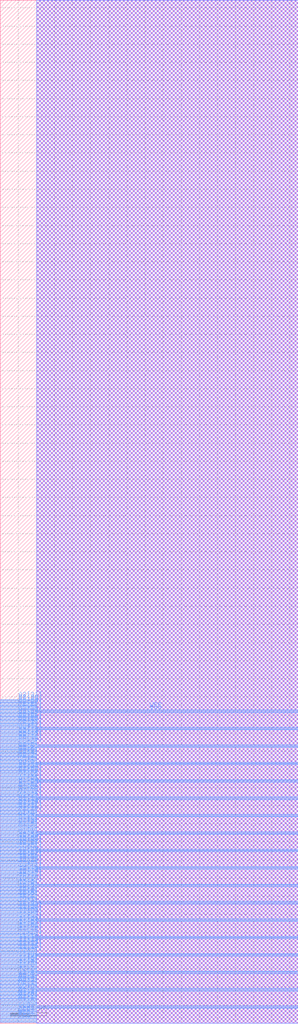
<source format=lef>
VERSION 5.6 ;
BUSBITCHARS "[]" ;
DIVIDERCHAR "/" ;

MACRO SRAM2RW128x32
  CLASS BLOCK ;
  ORIGIN 0 0 ;
  FOREIGN SRAM2RW128x32 0 0 ;
  SIZE 32.928 BY 112.832 ;
  SYMMETRY X Y ;
  SITE coreSite ;
  PIN VDD
    DIRECTION INOUT ;
    USE POWER ;
    PORT 
      LAYER M4 ;
        RECT 0.0 1.632 32.928 1.728 ;
        RECT 0.0 3.552 32.928 3.648 ;
        RECT 0.0 5.472 32.928 5.568 ;
        RECT 0.0 7.392 32.928 7.488 ;
        RECT 0.0 9.312 32.928 9.408 ;
        RECT 0.0 11.232 32.928 11.328 ;
        RECT 0.0 13.152 32.928 13.248 ;
        RECT 0.0 15.072 32.928 15.168 ;
        RECT 0.0 16.992 32.928 17.088 ;
        RECT 0.0 18.912 32.928 19.008 ;
        RECT 0.0 20.832 32.928 20.928 ;
        RECT 0.0 22.752 32.928 22.848 ;
        RECT 0.0 24.672 32.928 24.768 ;
        RECT 0.0 26.592 32.928 26.688 ;
        RECT 0.0 28.512 32.928 28.608 ;
        RECT 0.0 30.432 32.928 30.528 ;
        RECT 0.0 32.352 32.928 32.448 ;
        RECT 0.0 34.272 32.928 34.368 ;
    END 
  END VDD
  PIN VSS
    DIRECTION INOUT ;
    USE GROUND ;
    PORT 
      LAYER M4 ;
        RECT 0.0 1.824 32.928 1.92 ;
        RECT 0.0 3.744 32.928 3.84 ;
        RECT 0.0 5.664 32.928 5.76 ;
        RECT 0.0 7.584 32.928 7.68 ;
        RECT 0.0 9.504 32.928 9.6 ;
        RECT 0.0 11.424 32.928 11.52 ;
        RECT 0.0 13.344 32.928 13.44 ;
        RECT 0.0 15.264 32.928 15.36 ;
        RECT 0.0 17.184 32.928 17.28 ;
        RECT 0.0 19.104 32.928 19.2 ;
        RECT 0.0 21.024 32.928 21.12 ;
        RECT 0.0 22.944 32.928 23.04 ;
        RECT 0.0 24.864 32.928 24.96 ;
        RECT 0.0 26.784 32.928 26.88 ;
        RECT 0.0 28.704 32.928 28.8 ;
        RECT 0.0 30.624 32.928 30.72 ;
        RECT 0.0 32.544 32.928 32.64 ;
        RECT 0.0 34.464 32.928 34.56 ;
    END 
  END VSS
  PIN CE1
    DIRECTION INPUT ;
    USE SIGNAL ;
    PORT 
      LAYER M4 ;
        RECT 0.0 0.096 4.0 0.192 ;
    END 
  END CE1
  PIN CE2
    DIRECTION INPUT ;
    USE SIGNAL ;
    PORT 
      LAYER M4 ;
        RECT 0.0 0.288 4.0 0.384 ;
    END 
  END CE2
  PIN WEB1
    DIRECTION INPUT ;
    USE SIGNAL ;
    PORT 
      LAYER M4 ;
        RECT 0.0 0.48 4.0 0.576 ;
    END 
  END WEB1
  PIN WEB2
    DIRECTION INPUT ;
    USE SIGNAL ;
    PORT 
      LAYER M4 ;
        RECT 0.0 0.672 4.0 0.768 ;
    END 
  END WEB2
  PIN OEB1
    DIRECTION INPUT ;
    USE SIGNAL ;
    PORT 
      LAYER M4 ;
        RECT 0.0 0.864 4.0 0.96 ;
    END 
  END OEB1
  PIN OEB2
    DIRECTION INPUT ;
    USE SIGNAL ;
    PORT 
      LAYER M4 ;
        RECT 0.0 1.056 4.0 1.152 ;
    END 
  END OEB2
  PIN CSB1
    DIRECTION INPUT ;
    USE SIGNAL ;
    PORT 
      LAYER M4 ;
        RECT 0.0 1.248 4.0 1.344 ;
    END 
  END CSB1
  PIN CSB2
    DIRECTION INPUT ;
    USE SIGNAL ;
    PORT 
      LAYER M4 ;
        RECT 0.0 1.44 4.0 1.536 ;
    END 
  END CSB2
  PIN A1[0]
    DIRECTION INPUT ;
    USE SIGNAL ;
    PORT 
      LAYER M4 ;
        RECT 0.0 2.016 4.0 2.112 ;
    END 
  END A1[0]
  PIN A1[1]
    DIRECTION INPUT ;
    USE SIGNAL ;
    PORT 
      LAYER M4 ;
        RECT 0.0 2.208 4.0 2.304 ;
    END 
  END A1[1]
  PIN A1[2]
    DIRECTION INPUT ;
    USE SIGNAL ;
    PORT 
      LAYER M4 ;
        RECT 0.0 2.4 4.0 2.496 ;
    END 
  END A1[2]
  PIN A1[3]
    DIRECTION INPUT ;
    USE SIGNAL ;
    PORT 
      LAYER M4 ;
        RECT 0.0 2.592 4.0 2.688 ;
    END 
  END A1[3]
  PIN A1[4]
    DIRECTION INPUT ;
    USE SIGNAL ;
    PORT 
      LAYER M4 ;
        RECT 0.0 2.784 4.0 2.88 ;
    END 
  END A1[4]
  PIN A1[5]
    DIRECTION INPUT ;
    USE SIGNAL ;
    PORT 
      LAYER M4 ;
        RECT 0.0 2.976 4.0 3.072 ;
    END 
  END A1[5]
  PIN A1[6]
    DIRECTION INPUT ;
    USE SIGNAL ;
    PORT 
      LAYER M4 ;
        RECT 0.0 3.168 4.0 3.264 ;
    END 
  END A1[6]
  PIN A2[0]
    DIRECTION INPUT ;
    USE SIGNAL ;
    PORT 
      LAYER M4 ;
        RECT 0.0 3.36 4.0 3.456 ;
    END 
  END A2[0]
  PIN A2[1]
    DIRECTION INPUT ;
    USE SIGNAL ;
    PORT 
      LAYER M4 ;
        RECT 0.0 3.936 4.0 4.032 ;
    END 
  END A2[1]
  PIN A2[2]
    DIRECTION INPUT ;
    USE SIGNAL ;
    PORT 
      LAYER M4 ;
        RECT 0.0 4.128 4.0 4.224 ;
    END 
  END A2[2]
  PIN A2[3]
    DIRECTION INPUT ;
    USE SIGNAL ;
    PORT 
      LAYER M4 ;
        RECT 0.0 4.32 4.0 4.416 ;
    END 
  END A2[3]
  PIN A2[4]
    DIRECTION INPUT ;
    USE SIGNAL ;
    PORT 
      LAYER M4 ;
        RECT 0.0 4.512 4.0 4.608 ;
    END 
  END A2[4]
  PIN A2[5]
    DIRECTION INPUT ;
    USE SIGNAL ;
    PORT 
      LAYER M4 ;
        RECT 0.0 4.704 4.0 4.8 ;
    END 
  END A2[5]
  PIN A2[6]
    DIRECTION INPUT ;
    USE SIGNAL ;
    PORT 
      LAYER M4 ;
        RECT 0.0 4.896 4.0 4.992 ;
    END 
  END A2[6]
  PIN I1[0]
    DIRECTION INPUT ;
    USE SIGNAL ;
    PORT 
      LAYER M4 ;
        RECT 0.0 5.088 4.0 5.184 ;
    END 
  END I1[0]
  PIN I1[1]
    DIRECTION INPUT ;
    USE SIGNAL ;
    PORT 
      LAYER M4 ;
        RECT 0.0 5.28 4.0 5.376 ;
    END 
  END I1[1]
  PIN I1[2]
    DIRECTION INPUT ;
    USE SIGNAL ;
    PORT 
      LAYER M4 ;
        RECT 0.0 5.856 4.0 5.952 ;
    END 
  END I1[2]
  PIN I1[3]
    DIRECTION INPUT ;
    USE SIGNAL ;
    PORT 
      LAYER M4 ;
        RECT 0.0 6.048 4.0 6.144 ;
    END 
  END I1[3]
  PIN I1[4]
    DIRECTION INPUT ;
    USE SIGNAL ;
    PORT 
      LAYER M4 ;
        RECT 0.0 6.24 4.0 6.336 ;
    END 
  END I1[4]
  PIN I1[5]
    DIRECTION INPUT ;
    USE SIGNAL ;
    PORT 
      LAYER M4 ;
        RECT 0.0 6.432 4.0 6.528 ;
    END 
  END I1[5]
  PIN I1[6]
    DIRECTION INPUT ;
    USE SIGNAL ;
    PORT 
      LAYER M4 ;
        RECT 0.0 6.624 4.0 6.72 ;
    END 
  END I1[6]
  PIN I1[7]
    DIRECTION INPUT ;
    USE SIGNAL ;
    PORT 
      LAYER M4 ;
        RECT 0.0 6.816 4.0 6.912 ;
    END 
  END I1[7]
  PIN I1[8]
    DIRECTION INPUT ;
    USE SIGNAL ;
    PORT 
      LAYER M4 ;
        RECT 0.0 7.008 4.0 7.104 ;
    END 
  END I1[8]
  PIN I1[9]
    DIRECTION INPUT ;
    USE SIGNAL ;
    PORT 
      LAYER M4 ;
        RECT 0.0 7.2 4.0 7.296 ;
    END 
  END I1[9]
  PIN I1[10]
    DIRECTION INPUT ;
    USE SIGNAL ;
    PORT 
      LAYER M4 ;
        RECT 0.0 7.776 4.0 7.872 ;
    END 
  END I1[10]
  PIN I1[11]
    DIRECTION INPUT ;
    USE SIGNAL ;
    PORT 
      LAYER M4 ;
        RECT 0.0 7.968 4.0 8.064 ;
    END 
  END I1[11]
  PIN I1[12]
    DIRECTION INPUT ;
    USE SIGNAL ;
    PORT 
      LAYER M4 ;
        RECT 0.0 8.16 4.0 8.256 ;
    END 
  END I1[12]
  PIN I1[13]
    DIRECTION INPUT ;
    USE SIGNAL ;
    PORT 
      LAYER M4 ;
        RECT 0.0 8.352 4.0 8.448 ;
    END 
  END I1[13]
  PIN I1[14]
    DIRECTION INPUT ;
    USE SIGNAL ;
    PORT 
      LAYER M4 ;
        RECT 0.0 8.544 4.0 8.64 ;
    END 
  END I1[14]
  PIN I1[15]
    DIRECTION INPUT ;
    USE SIGNAL ;
    PORT 
      LAYER M4 ;
        RECT 0.0 8.736 4.0 8.832 ;
    END 
  END I1[15]
  PIN I1[16]
    DIRECTION INPUT ;
    USE SIGNAL ;
    PORT 
      LAYER M4 ;
        RECT 0.0 8.928 4.0 9.024 ;
    END 
  END I1[16]
  PIN I1[17]
    DIRECTION INPUT ;
    USE SIGNAL ;
    PORT 
      LAYER M4 ;
        RECT 0.0 9.12 4.0 9.216 ;
    END 
  END I1[17]
  PIN I1[18]
    DIRECTION INPUT ;
    USE SIGNAL ;
    PORT 
      LAYER M4 ;
        RECT 0.0 9.696 4.0 9.792 ;
    END 
  END I1[18]
  PIN I1[19]
    DIRECTION INPUT ;
    USE SIGNAL ;
    PORT 
      LAYER M4 ;
        RECT 0.0 9.888 4.0 9.984 ;
    END 
  END I1[19]
  PIN I1[20]
    DIRECTION INPUT ;
    USE SIGNAL ;
    PORT 
      LAYER M4 ;
        RECT 0.0 10.08 4.0 10.176 ;
    END 
  END I1[20]
  PIN I1[21]
    DIRECTION INPUT ;
    USE SIGNAL ;
    PORT 
      LAYER M4 ;
        RECT 0.0 10.272 4.0 10.368 ;
    END 
  END I1[21]
  PIN I1[22]
    DIRECTION INPUT ;
    USE SIGNAL ;
    PORT 
      LAYER M4 ;
        RECT 0.0 10.464 4.0 10.56 ;
    END 
  END I1[22]
  PIN I1[23]
    DIRECTION INPUT ;
    USE SIGNAL ;
    PORT 
      LAYER M4 ;
        RECT 0.0 10.656 4.0 10.752 ;
    END 
  END I1[23]
  PIN I1[24]
    DIRECTION INPUT ;
    USE SIGNAL ;
    PORT 
      LAYER M4 ;
        RECT 0.0 10.848 4.0 10.944 ;
    END 
  END I1[24]
  PIN I1[25]
    DIRECTION INPUT ;
    USE SIGNAL ;
    PORT 
      LAYER M4 ;
        RECT 0.0 11.04 4.0 11.136 ;
    END 
  END I1[25]
  PIN I1[26]
    DIRECTION INPUT ;
    USE SIGNAL ;
    PORT 
      LAYER M4 ;
        RECT 0.0 11.616 4.0 11.712 ;
    END 
  END I1[26]
  PIN I1[27]
    DIRECTION INPUT ;
    USE SIGNAL ;
    PORT 
      LAYER M4 ;
        RECT 0.0 11.808 4.0 11.904 ;
    END 
  END I1[27]
  PIN I1[28]
    DIRECTION INPUT ;
    USE SIGNAL ;
    PORT 
      LAYER M4 ;
        RECT 0.0 12.0 4.0 12.096 ;
    END 
  END I1[28]
  PIN I1[29]
    DIRECTION INPUT ;
    USE SIGNAL ;
    PORT 
      LAYER M4 ;
        RECT 0.0 12.192 4.0 12.288 ;
    END 
  END I1[29]
  PIN I1[30]
    DIRECTION INPUT ;
    USE SIGNAL ;
    PORT 
      LAYER M4 ;
        RECT 0.0 12.384 4.0 12.48 ;
    END 
  END I1[30]
  PIN I1[31]
    DIRECTION INPUT ;
    USE SIGNAL ;
    PORT 
      LAYER M4 ;
        RECT 0.0 12.576 4.0 12.672 ;
    END 
  END I1[31]
  PIN I2[0]
    DIRECTION INPUT ;
    USE SIGNAL ;
    PORT 
      LAYER M4 ;
        RECT 0.0 12.768 4.0 12.864 ;
    END 
  END I2[0]
  PIN I2[1]
    DIRECTION INPUT ;
    USE SIGNAL ;
    PORT 
      LAYER M4 ;
        RECT 0.0 12.96 4.0 13.056 ;
    END 
  END I2[1]
  PIN I2[2]
    DIRECTION INPUT ;
    USE SIGNAL ;
    PORT 
      LAYER M4 ;
        RECT 0.0 13.536 4.0 13.632 ;
    END 
  END I2[2]
  PIN I2[3]
    DIRECTION INPUT ;
    USE SIGNAL ;
    PORT 
      LAYER M4 ;
        RECT 0.0 13.728 4.0 13.824 ;
    END 
  END I2[3]
  PIN I2[4]
    DIRECTION INPUT ;
    USE SIGNAL ;
    PORT 
      LAYER M4 ;
        RECT 0.0 13.92 4.0 14.016 ;
    END 
  END I2[4]
  PIN I2[5]
    DIRECTION INPUT ;
    USE SIGNAL ;
    PORT 
      LAYER M4 ;
        RECT 0.0 14.112 4.0 14.208 ;
    END 
  END I2[5]
  PIN I2[6]
    DIRECTION INPUT ;
    USE SIGNAL ;
    PORT 
      LAYER M4 ;
        RECT 0.0 14.304 4.0 14.4 ;
    END 
  END I2[6]
  PIN I2[7]
    DIRECTION INPUT ;
    USE SIGNAL ;
    PORT 
      LAYER M4 ;
        RECT 0.0 14.496 4.0 14.592 ;
    END 
  END I2[7]
  PIN I2[8]
    DIRECTION INPUT ;
    USE SIGNAL ;
    PORT 
      LAYER M4 ;
        RECT 0.0 14.688 4.0 14.784 ;
    END 
  END I2[8]
  PIN I2[9]
    DIRECTION INPUT ;
    USE SIGNAL ;
    PORT 
      LAYER M4 ;
        RECT 0.0 14.88 4.0 14.976 ;
    END 
  END I2[9]
  PIN I2[10]
    DIRECTION INPUT ;
    USE SIGNAL ;
    PORT 
      LAYER M4 ;
        RECT 0.0 15.456 4.0 15.552 ;
    END 
  END I2[10]
  PIN I2[11]
    DIRECTION INPUT ;
    USE SIGNAL ;
    PORT 
      LAYER M4 ;
        RECT 0.0 15.648 4.0 15.744 ;
    END 
  END I2[11]
  PIN I2[12]
    DIRECTION INPUT ;
    USE SIGNAL ;
    PORT 
      LAYER M4 ;
        RECT 0.0 15.84 4.0 15.936 ;
    END 
  END I2[12]
  PIN I2[13]
    DIRECTION INPUT ;
    USE SIGNAL ;
    PORT 
      LAYER M4 ;
        RECT 0.0 16.032 4.0 16.128 ;
    END 
  END I2[13]
  PIN I2[14]
    DIRECTION INPUT ;
    USE SIGNAL ;
    PORT 
      LAYER M4 ;
        RECT 0.0 16.224 4.0 16.32 ;
    END 
  END I2[14]
  PIN I2[15]
    DIRECTION INPUT ;
    USE SIGNAL ;
    PORT 
      LAYER M4 ;
        RECT 0.0 16.416 4.0 16.512 ;
    END 
  END I2[15]
  PIN I2[16]
    DIRECTION INPUT ;
    USE SIGNAL ;
    PORT 
      LAYER M4 ;
        RECT 0.0 16.608 4.0 16.704 ;
    END 
  END I2[16]
  PIN I2[17]
    DIRECTION INPUT ;
    USE SIGNAL ;
    PORT 
      LAYER M4 ;
        RECT 0.0 16.8 4.0 16.896 ;
    END 
  END I2[17]
  PIN I2[18]
    DIRECTION INPUT ;
    USE SIGNAL ;
    PORT 
      LAYER M4 ;
        RECT 0.0 17.376 4.0 17.472 ;
    END 
  END I2[18]
  PIN I2[19]
    DIRECTION INPUT ;
    USE SIGNAL ;
    PORT 
      LAYER M4 ;
        RECT 0.0 17.568 4.0 17.664 ;
    END 
  END I2[19]
  PIN I2[20]
    DIRECTION INPUT ;
    USE SIGNAL ;
    PORT 
      LAYER M4 ;
        RECT 0.0 17.76 4.0 17.856 ;
    END 
  END I2[20]
  PIN I2[21]
    DIRECTION INPUT ;
    USE SIGNAL ;
    PORT 
      LAYER M4 ;
        RECT 0.0 17.952 4.0 18.048 ;
    END 
  END I2[21]
  PIN I2[22]
    DIRECTION INPUT ;
    USE SIGNAL ;
    PORT 
      LAYER M4 ;
        RECT 0.0 18.144 4.0 18.24 ;
    END 
  END I2[22]
  PIN I2[23]
    DIRECTION INPUT ;
    USE SIGNAL ;
    PORT 
      LAYER M4 ;
        RECT 0.0 18.336 4.0 18.432 ;
    END 
  END I2[23]
  PIN I2[24]
    DIRECTION INPUT ;
    USE SIGNAL ;
    PORT 
      LAYER M4 ;
        RECT 0.0 18.528 4.0 18.624 ;
    END 
  END I2[24]
  PIN I2[25]
    DIRECTION INPUT ;
    USE SIGNAL ;
    PORT 
      LAYER M4 ;
        RECT 0.0 18.72 4.0 18.816 ;
    END 
  END I2[25]
  PIN I2[26]
    DIRECTION INPUT ;
    USE SIGNAL ;
    PORT 
      LAYER M4 ;
        RECT 0.0 19.296 4.0 19.392 ;
    END 
  END I2[26]
  PIN I2[27]
    DIRECTION INPUT ;
    USE SIGNAL ;
    PORT 
      LAYER M4 ;
        RECT 0.0 19.488 4.0 19.584 ;
    END 
  END I2[27]
  PIN I2[28]
    DIRECTION INPUT ;
    USE SIGNAL ;
    PORT 
      LAYER M4 ;
        RECT 0.0 19.68 4.0 19.776 ;
    END 
  END I2[28]
  PIN I2[29]
    DIRECTION INPUT ;
    USE SIGNAL ;
    PORT 
      LAYER M4 ;
        RECT 0.0 19.872 4.0 19.968 ;
    END 
  END I2[29]
  PIN I2[30]
    DIRECTION INPUT ;
    USE SIGNAL ;
    PORT 
      LAYER M4 ;
        RECT 0.0 20.064 4.0 20.16 ;
    END 
  END I2[30]
  PIN I2[31]
    DIRECTION INPUT ;
    USE SIGNAL ;
    PORT 
      LAYER M4 ;
        RECT 0.0 20.256 4.0 20.352 ;
    END 
  END I2[31]
  PIN O1[0]
    DIRECTION OUTPUT ;
    USE SIGNAL ;
    PORT 
      LAYER M4 ;
        RECT 0.0 20.448 4.0 20.544 ;
    END 
  END O1[0]
  PIN O1[1]
    DIRECTION OUTPUT ;
    USE SIGNAL ;
    PORT 
      LAYER M4 ;
        RECT 0.0 20.64 4.0 20.736 ;
    END 
  END O1[1]
  PIN O1[2]
    DIRECTION OUTPUT ;
    USE SIGNAL ;
    PORT 
      LAYER M4 ;
        RECT 0.0 21.216 4.0 21.312 ;
    END 
  END O1[2]
  PIN O1[3]
    DIRECTION OUTPUT ;
    USE SIGNAL ;
    PORT 
      LAYER M4 ;
        RECT 0.0 21.408 4.0 21.504 ;
    END 
  END O1[3]
  PIN O1[4]
    DIRECTION OUTPUT ;
    USE SIGNAL ;
    PORT 
      LAYER M4 ;
        RECT 0.0 21.6 4.0 21.696 ;
    END 
  END O1[4]
  PIN O1[5]
    DIRECTION OUTPUT ;
    USE SIGNAL ;
    PORT 
      LAYER M4 ;
        RECT 0.0 21.792 4.0 21.888 ;
    END 
  END O1[5]
  PIN O1[6]
    DIRECTION OUTPUT ;
    USE SIGNAL ;
    PORT 
      LAYER M4 ;
        RECT 0.0 21.984 4.0 22.08 ;
    END 
  END O1[6]
  PIN O1[7]
    DIRECTION OUTPUT ;
    USE SIGNAL ;
    PORT 
      LAYER M4 ;
        RECT 0.0 22.176 4.0 22.272 ;
    END 
  END O1[7]
  PIN O1[8]
    DIRECTION OUTPUT ;
    USE SIGNAL ;
    PORT 
      LAYER M4 ;
        RECT 0.0 22.368 4.0 22.464 ;
    END 
  END O1[8]
  PIN O1[9]
    DIRECTION OUTPUT ;
    USE SIGNAL ;
    PORT 
      LAYER M4 ;
        RECT 0.0 22.56 4.0 22.656 ;
    END 
  END O1[9]
  PIN O1[10]
    DIRECTION OUTPUT ;
    USE SIGNAL ;
    PORT 
      LAYER M4 ;
        RECT 0.0 23.136 4.0 23.232 ;
    END 
  END O1[10]
  PIN O1[11]
    DIRECTION OUTPUT ;
    USE SIGNAL ;
    PORT 
      LAYER M4 ;
        RECT 0.0 23.328 4.0 23.424 ;
    END 
  END O1[11]
  PIN O1[12]
    DIRECTION OUTPUT ;
    USE SIGNAL ;
    PORT 
      LAYER M4 ;
        RECT 0.0 23.52 4.0 23.616 ;
    END 
  END O1[12]
  PIN O1[13]
    DIRECTION OUTPUT ;
    USE SIGNAL ;
    PORT 
      LAYER M4 ;
        RECT 0.0 23.712 4.0 23.808 ;
    END 
  END O1[13]
  PIN O1[14]
    DIRECTION OUTPUT ;
    USE SIGNAL ;
    PORT 
      LAYER M4 ;
        RECT 0.0 23.904 4.0 24.0 ;
    END 
  END O1[14]
  PIN O1[15]
    DIRECTION OUTPUT ;
    USE SIGNAL ;
    PORT 
      LAYER M4 ;
        RECT 0.0 24.096 4.0 24.192 ;
    END 
  END O1[15]
  PIN O1[16]
    DIRECTION OUTPUT ;
    USE SIGNAL ;
    PORT 
      LAYER M4 ;
        RECT 0.0 24.288 4.0 24.384 ;
    END 
  END O1[16]
  PIN O1[17]
    DIRECTION OUTPUT ;
    USE SIGNAL ;
    PORT 
      LAYER M4 ;
        RECT 0.0 24.48 4.0 24.576 ;
    END 
  END O1[17]
  PIN O1[18]
    DIRECTION OUTPUT ;
    USE SIGNAL ;
    PORT 
      LAYER M4 ;
        RECT 0.0 25.056 4.0 25.152 ;
    END 
  END O1[18]
  PIN O1[19]
    DIRECTION OUTPUT ;
    USE SIGNAL ;
    PORT 
      LAYER M4 ;
        RECT 0.0 25.248 4.0 25.344 ;
    END 
  END O1[19]
  PIN O1[20]
    DIRECTION OUTPUT ;
    USE SIGNAL ;
    PORT 
      LAYER M4 ;
        RECT 0.0 25.44 4.0 25.536 ;
    END 
  END O1[20]
  PIN O1[21]
    DIRECTION OUTPUT ;
    USE SIGNAL ;
    PORT 
      LAYER M4 ;
        RECT 0.0 25.632 4.0 25.728 ;
    END 
  END O1[21]
  PIN O1[22]
    DIRECTION OUTPUT ;
    USE SIGNAL ;
    PORT 
      LAYER M4 ;
        RECT 0.0 25.824 4.0 25.92 ;
    END 
  END O1[22]
  PIN O1[23]
    DIRECTION OUTPUT ;
    USE SIGNAL ;
    PORT 
      LAYER M4 ;
        RECT 0.0 26.016 4.0 26.112 ;
    END 
  END O1[23]
  PIN O1[24]
    DIRECTION OUTPUT ;
    USE SIGNAL ;
    PORT 
      LAYER M4 ;
        RECT 0.0 26.208 4.0 26.304 ;
    END 
  END O1[24]
  PIN O1[25]
    DIRECTION OUTPUT ;
    USE SIGNAL ;
    PORT 
      LAYER M4 ;
        RECT 0.0 26.4 4.0 26.496 ;
    END 
  END O1[25]
  PIN O1[26]
    DIRECTION OUTPUT ;
    USE SIGNAL ;
    PORT 
      LAYER M4 ;
        RECT 0.0 26.976 4.0 27.072 ;
    END 
  END O1[26]
  PIN O1[27]
    DIRECTION OUTPUT ;
    USE SIGNAL ;
    PORT 
      LAYER M4 ;
        RECT 0.0 27.168 4.0 27.264 ;
    END 
  END O1[27]
  PIN O1[28]
    DIRECTION OUTPUT ;
    USE SIGNAL ;
    PORT 
      LAYER M4 ;
        RECT 0.0 27.36 4.0 27.456 ;
    END 
  END O1[28]
  PIN O1[29]
    DIRECTION OUTPUT ;
    USE SIGNAL ;
    PORT 
      LAYER M4 ;
        RECT 0.0 27.552 4.0 27.648 ;
    END 
  END O1[29]
  PIN O1[30]
    DIRECTION OUTPUT ;
    USE SIGNAL ;
    PORT 
      LAYER M4 ;
        RECT 0.0 27.744 4.0 27.84 ;
    END 
  END O1[30]
  PIN O1[31]
    DIRECTION OUTPUT ;
    USE SIGNAL ;
    PORT 
      LAYER M4 ;
        RECT 0.0 27.936 4.0 28.032 ;
    END 
  END O1[31]
  PIN O2[0]
    DIRECTION OUTPUT ;
    USE SIGNAL ;
    PORT 
      LAYER M4 ;
        RECT 0.0 28.128 4.0 28.224 ;
    END 
  END O2[0]
  PIN O2[1]
    DIRECTION OUTPUT ;
    USE SIGNAL ;
    PORT 
      LAYER M4 ;
        RECT 0.0 28.32 4.0 28.416 ;
    END 
  END O2[1]
  PIN O2[2]
    DIRECTION OUTPUT ;
    USE SIGNAL ;
    PORT 
      LAYER M4 ;
        RECT 0.0 28.896 4.0 28.992 ;
    END 
  END O2[2]
  PIN O2[3]
    DIRECTION OUTPUT ;
    USE SIGNAL ;
    PORT 
      LAYER M4 ;
        RECT 0.0 29.088 4.0 29.184 ;
    END 
  END O2[3]
  PIN O2[4]
    DIRECTION OUTPUT ;
    USE SIGNAL ;
    PORT 
      LAYER M4 ;
        RECT 0.0 29.28 4.0 29.376 ;
    END 
  END O2[4]
  PIN O2[5]
    DIRECTION OUTPUT ;
    USE SIGNAL ;
    PORT 
      LAYER M4 ;
        RECT 0.0 29.472 4.0 29.568 ;
    END 
  END O2[5]
  PIN O2[6]
    DIRECTION OUTPUT ;
    USE SIGNAL ;
    PORT 
      LAYER M4 ;
        RECT 0.0 29.664 4.0 29.76 ;
    END 
  END O2[6]
  PIN O2[7]
    DIRECTION OUTPUT ;
    USE SIGNAL ;
    PORT 
      LAYER M4 ;
        RECT 0.0 29.856 4.0 29.952 ;
    END 
  END O2[7]
  PIN O2[8]
    DIRECTION OUTPUT ;
    USE SIGNAL ;
    PORT 
      LAYER M4 ;
        RECT 0.0 30.048 4.0 30.144 ;
    END 
  END O2[8]
  PIN O2[9]
    DIRECTION OUTPUT ;
    USE SIGNAL ;
    PORT 
      LAYER M4 ;
        RECT 0.0 30.24 4.0 30.336 ;
    END 
  END O2[9]
  PIN O2[10]
    DIRECTION OUTPUT ;
    USE SIGNAL ;
    PORT 
      LAYER M4 ;
        RECT 0.0 30.816 4.0 30.912 ;
    END 
  END O2[10]
  PIN O2[11]
    DIRECTION OUTPUT ;
    USE SIGNAL ;
    PORT 
      LAYER M4 ;
        RECT 0.0 31.008 4.0 31.104 ;
    END 
  END O2[11]
  PIN O2[12]
    DIRECTION OUTPUT ;
    USE SIGNAL ;
    PORT 
      LAYER M4 ;
        RECT 0.0 31.2 4.0 31.296 ;
    END 
  END O2[12]
  PIN O2[13]
    DIRECTION OUTPUT ;
    USE SIGNAL ;
    PORT 
      LAYER M4 ;
        RECT 0.0 31.392 4.0 31.488 ;
    END 
  END O2[13]
  PIN O2[14]
    DIRECTION OUTPUT ;
    USE SIGNAL ;
    PORT 
      LAYER M4 ;
        RECT 0.0 31.584 4.0 31.68 ;
    END 
  END O2[14]
  PIN O2[15]
    DIRECTION OUTPUT ;
    USE SIGNAL ;
    PORT 
      LAYER M4 ;
        RECT 0.0 31.776 4.0 31.872 ;
    END 
  END O2[15]
  PIN O2[16]
    DIRECTION OUTPUT ;
    USE SIGNAL ;
    PORT 
      LAYER M4 ;
        RECT 0.0 31.968 4.0 32.064 ;
    END 
  END O2[16]
  PIN O2[17]
    DIRECTION OUTPUT ;
    USE SIGNAL ;
    PORT 
      LAYER M4 ;
        RECT 0.0 32.16 4.0 32.256 ;
    END 
  END O2[17]
  PIN O2[18]
    DIRECTION OUTPUT ;
    USE SIGNAL ;
    PORT 
      LAYER M4 ;
        RECT 0.0 32.736 4.0 32.832 ;
    END 
  END O2[18]
  PIN O2[19]
    DIRECTION OUTPUT ;
    USE SIGNAL ;
    PORT 
      LAYER M4 ;
        RECT 0.0 32.928 4.0 33.024 ;
    END 
  END O2[19]
  PIN O2[20]
    DIRECTION OUTPUT ;
    USE SIGNAL ;
    PORT 
      LAYER M4 ;
        RECT 0.0 33.12 4.0 33.216 ;
    END 
  END O2[20]
  PIN O2[21]
    DIRECTION OUTPUT ;
    USE SIGNAL ;
    PORT 
      LAYER M4 ;
        RECT 0.0 33.312 4.0 33.408 ;
    END 
  END O2[21]
  PIN O2[22]
    DIRECTION OUTPUT ;
    USE SIGNAL ;
    PORT 
      LAYER M4 ;
        RECT 0.0 33.504 4.0 33.6 ;
    END 
  END O2[22]
  PIN O2[23]
    DIRECTION OUTPUT ;
    USE SIGNAL ;
    PORT 
      LAYER M4 ;
        RECT 0.0 33.696 4.0 33.792 ;
    END 
  END O2[23]
  PIN O2[24]
    DIRECTION OUTPUT ;
    USE SIGNAL ;
    PORT 
      LAYER M4 ;
        RECT 0.0 33.888 4.0 33.984 ;
    END 
  END O2[24]
  PIN O2[25]
    DIRECTION OUTPUT ;
    USE SIGNAL ;
    PORT 
      LAYER M4 ;
        RECT 0.0 34.08 4.0 34.176 ;
    END 
  END O2[25]
  PIN O2[26]
    DIRECTION OUTPUT ;
    USE SIGNAL ;
    PORT 
      LAYER M4 ;
        RECT 0.0 34.656 4.0 34.752 ;
    END 
  END O2[26]
  PIN O2[27]
    DIRECTION OUTPUT ;
    USE SIGNAL ;
    PORT 
      LAYER M4 ;
        RECT 0.0 34.848 4.0 34.944 ;
    END 
  END O2[27]
  PIN O2[28]
    DIRECTION OUTPUT ;
    USE SIGNAL ;
    PORT 
      LAYER M4 ;
        RECT 0.0 35.04 4.0 35.136 ;
    END 
  END O2[28]
  PIN O2[29]
    DIRECTION OUTPUT ;
    USE SIGNAL ;
    PORT 
      LAYER M4 ;
        RECT 0.0 35.232 4.0 35.328 ;
    END 
  END O2[29]
  PIN O2[30]
    DIRECTION OUTPUT ;
    USE SIGNAL ;
    PORT 
      LAYER M4 ;
        RECT 0.0 35.424 4.0 35.52 ;
    END 
  END O2[30]
  PIN O2[31]
    DIRECTION OUTPUT ;
    USE SIGNAL ;
    PORT 
      LAYER M4 ;
        RECT 0.0 35.616 4.0 35.712 ;
    END 
  END O2[31]
  OBS 
    LAYER M1 ;
      RECT 4.0 0.0 32.928 112.832 ;
    LAYER M2 ;
      RECT 4.0 0.0 32.928 112.832 ;
    LAYER M3 ;
      RECT 4.0 0.0 32.928 112.832 ;
  END 
END SRAM2RW128x32

END LIBRARY
</source>
